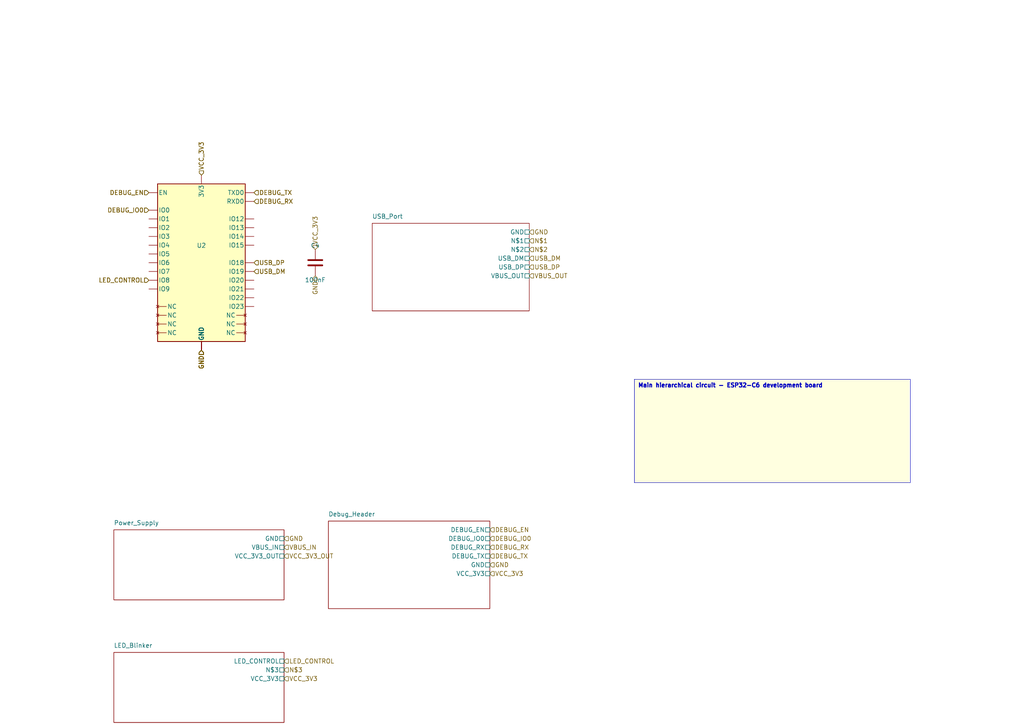
<source format=kicad_sch>
(kicad_sch (version 20250114) (generator "kicad_api") (generator_version 9.0)
  (paper A4)
  (paper A4)
  (lib_symbols
    (symbol "Device:C" (pin_numbers hide) (pin_names (offset 0.254))
      (property "Reference" "C" (at 0.0 0.0 0))
      (property "Value" "C" (at 0.0 0.0 0))
      (symbol "C_0_1"
        (polyline (pts (xy -2.032 0.762) (xy 2.032 0.762)) (stroke (width 0.508)))
        (polyline (pts (xy -2.032 -0.762) (xy 2.032 -0.762)) (stroke (width 0.508)))
      )
      (symbol "C_1_1"
        (pin passive line (at 0.0 3.81 270) (length 2.794) (name ~) (number "1"))
        (pin passive line (at 0.0 -3.81 90) (length 2.794) (name ~) (number "2"))
      )
    )
    (symbol "RF_Module:ESP32-C6-MINI-1" (pin_numbers hide) (pin_names (offset 0.254))
      (property "Reference" "U" (at 0.0 0.0 0))
      (property "Value" "ESP32-C6-MINI-1" (at 0.0 0.0 0))
      (symbol "ESP32-C6-MINI-1_0_1"
        (rectangle (start -12.7 22.86) (end 12.7 -22.86) (stroke (width 0.254)) (fill (type background)))
      )
      (symbol "ESP32-C6-MINI-1_1_1"
        (pin input line (at -15.24 20.32 0) (length 2.54) (name EN) (number "8"))
        (pin bidirectional line (at -15.24 15.24 0) (length 2.54) (name IO0) (number "12"))
        (pin bidirectional line (at -15.24 12.7 0) (length 2.54) (name IO1) (number "13"))
        (pin bidirectional line (at -15.24 10.16 0) (length 2.54) (name IO2) (number "5"))
        (pin bidirectional line (at -15.24 7.62 0) (length 2.54) (name IO3) (number "6"))
        (pin bidirectional line (at -15.24 5.08 0) (length 2.54) (name IO4) (number "9"))
        (pin bidirectional line (at -15.24 2.54 0) (length 2.54) (name IO5) (number "10"))
        (pin bidirectional line (at -15.24 0.0 0) (length 2.54) (name IO6) (number "15"))
        (pin bidirectional line (at -15.24 -2.54 0) (length 2.54) (name IO7) (number "16"))
        (pin bidirectional line (at -15.24 -5.08 0) (length 2.54) (name IO8) (number "22"))
        (pin bidirectional line (at -15.24 -7.62 0) (length 2.54) (name IO9) (number "23"))
        (pin no_connect line (at -12.7 -12.7 0) (length 2.54) (name NC) (number "32"))
        (pin no_connect line (at -12.7 -15.24 0) (length 2.54) (name NC) (number "33"))
        (pin no_connect line (at -12.7 -17.78 0) (length 2.54) (name NC) (number "34"))
        (pin no_connect line (at -12.7 -20.32 0) (length 2.54) (name NC) (number "35"))
        (pin power_in line (at 0.0 25.4 270) (length 2.54) (name 3V3) (number "3"))
        (pin power_in line (at 0.0 -25.4 90) (length 2.54) (name GND) (number "1"))
        (pin passive line (at 0.0 -25.4 90) (length 2.54) (name GND) (number "11"))
        (pin passive line (at 0.0 -25.4 90) (length 2.54) (name GND) (number "14"))
        (pin passive line (at 0.0 -25.4 90) (length 2.54) (name GND) (number "2"))
        (pin passive line (at 0.0 -25.4 90) (length 2.54) (name GND) (number "36"))
        (pin passive line (at 0.0 -25.4 90) (length 2.54) (name GND) (number "37"))
        (pin passive line (at 0.0 -25.4 90) (length 2.54) (name GND) (number "38"))
        (pin passive line (at 0.0 -25.4 90) (length 2.54) (name GND) (number "39"))
        (pin passive line (at 0.0 -25.4 90) (length 2.54) (name GND) (number "40"))
        (pin passive line (at 0.0 -25.4 90) (length 2.54) (name GND) (number "41"))
        (pin passive line (at 0.0 -25.4 90) (length 2.54) (name GND) (number "42"))
        (pin passive line (at 0.0 -25.4 90) (length 2.54) (name GND) (number "43"))
        (pin passive line (at 0.0 -25.4 90) (length 2.54) (name GND) (number "44"))
        (pin passive line (at 0.0 -25.4 90) (length 2.54) (name GND) (number "45"))
        (pin passive line (at 0.0 -25.4 90) (length 2.54) (name GND) (number "46"))
        (pin passive line (at 0.0 -25.4 90) (length 2.54) (name GND) (number "47"))
        (pin passive line (at 0.0 -25.4 90) (length 2.54) (name GND) (number "48"))
        (pin passive line (at 0.0 -25.4 90) (length 2.54) (name GND) (number "49"))
        (pin passive line (at 0.0 -25.4 90) (length 2.54) (name GND) (number "50"))
        (pin passive line (at 0.0 -25.4 90) (length 2.54) (name GND) (number "51"))
        (pin passive line (at 0.0 -25.4 90) (length 2.54) (name GND) (number "52"))
        (pin passive line (at 0.0 -25.4 90) (length 2.54) (name GND) (number "53"))
        (pin no_connect line (at 12.7 -15.24 180) (length 2.54) (name NC) (number "4"))
        (pin no_connect line (at 12.7 -17.78 180) (length 2.54) (name NC) (number "7"))
        (pin no_connect line (at 12.7 -20.32 180) (length 2.54) (name NC) (number "21"))
        (pin bidirectional line (at 15.24 20.32 180) (length 2.54) (name TXD0) (number "31"))
        (pin bidirectional line (at 15.24 17.78 180) (length 2.54) (name RXD0) (number "30"))
        (pin bidirectional line (at 15.24 12.7 180) (length 2.54) (name IO12) (number "17"))
        (pin bidirectional line (at 15.24 10.16 180) (length 2.54) (name IO13) (number "18"))
        (pin bidirectional line (at 15.24 7.62 180) (length 2.54) (name IO14) (number "19"))
        (pin bidirectional line (at 15.24 5.08 180) (length 2.54) (name IO15) (number "20"))
        (pin bidirectional line (at 15.24 0.0 180) (length 2.54) (name IO18) (number "24"))
        (pin bidirectional line (at 15.24 -2.54 180) (length 2.54) (name IO19) (number "25"))
        (pin bidirectional line (at 15.24 -5.08 180) (length 2.54) (name IO20) (number "26"))
        (pin bidirectional line (at 15.24 -7.62 180) (length 2.54) (name IO21) (number "27"))
        (pin bidirectional line (at 15.24 -10.16 180) (length 2.54) (name IO22) (number "28"))
        (pin bidirectional line (at 15.24 -12.7 180) (length 2.54) (name IO23) (number "29"))
      )
    )
  )
  (title_block (title ESP32_C6_Dev_Board_Main) (date 2025-08-01) (company Circuit-Synth))
  (symbol (lib_id RF_Module:ESP32-C6-MINI-1) (at 58.42 76.2 0)
    (property "Reference" "U2" (at 58.42 71.2 0))
    (property "Footprint" "RF_Module:ESP32-C6-MINI-1" (effects (hide yes)))
    (instances (project "circuit" (path "" (reference U2) (unit 1))) (project "ESP32_C6_Dev_Board" (path "" (reference U2) (unit 1))))
  )
  (symbol (lib_id Device:C) (at 91.44 76.2 0)
    (property "Reference" "C4" (at 91.44 71.2 0))
    (property "Value" "100nF" (at 91.44 81.2 0))
    (property "Footprint" "Capacitor_SMD:C_0603_1608Metric" (effects (hide yes)))
    (instances (project "circuit" (path "" (reference C4) (unit 1))) (project "ESP32_C6_Dev_Board" (path "" (reference C4) (unit 1))))
  )
  (hierarchical_label DEBUG_EN (shape input) (at 43.18 55.88 180))
  (hierarchical_label DEBUG_EN (shape input) (at 43.18 55.88 180))
  (hierarchical_label DEBUG_IO0 (shape input) (at 43.18 60.96 180))
  (hierarchical_label DEBUG_IO0 (shape input) (at 43.18 60.96 180))
  (hierarchical_label LED_CONTROL (shape input) (at 43.18 81.28 180))
  (hierarchical_label LED_CONTROL (shape input) (at 43.18 81.28 180))
  (hierarchical_label VCC_3V3 (shape input) (at 58.42 50.800000000000004 90))
  (hierarchical_label VCC_3V3 (shape input) (at 58.42 50.800000000000004 90))
  (hierarchical_label VCC_3V3 (shape input) (at 91.44 72.39 90))
  (hierarchical_label GND (shape input) (at 58.42 101.6 270))
  (hierarchical_label GND (shape input) (at 58.42 101.6 270))
  (hierarchical_label GND (shape input) (at 58.42 101.6 270))
  (hierarchical_label GND (shape input) (at 58.42 101.6 270))
  (hierarchical_label GND (shape input) (at 58.42 101.6 270))
  (hierarchical_label GND (shape input) (at 58.42 101.6 270))
  (hierarchical_label GND (shape input) (at 58.42 101.6 270))
  (hierarchical_label GND (shape input) (at 58.42 101.6 270))
  (hierarchical_label GND (shape input) (at 58.42 101.6 270))
  (hierarchical_label GND (shape input) (at 58.42 101.6 270))
  (hierarchical_label GND (shape input) (at 58.42 101.6 270))
  (hierarchical_label GND (shape input) (at 58.42 101.6 270))
  (hierarchical_label GND (shape input) (at 58.42 101.6 270))
  (hierarchical_label GND (shape input) (at 58.42 101.6 270))
  (hierarchical_label GND (shape input) (at 58.42 101.6 270))
  (hierarchical_label GND (shape input) (at 58.42 101.6 270))
  (hierarchical_label GND (shape input) (at 58.42 101.6 270))
  (hierarchical_label GND (shape input) (at 58.42 101.6 270))
  (hierarchical_label GND (shape input) (at 58.42 101.6 270))
  (hierarchical_label GND (shape input) (at 58.42 101.6 270))
  (hierarchical_label GND (shape input) (at 58.42 101.6 270))
  (hierarchical_label GND (shape input) (at 58.42 101.6 270))
  (hierarchical_label GND (shape input) (at 91.44 80.01 270))
  (hierarchical_label DEBUG_TX (shape input) (at 73.66 55.88 0))
  (hierarchical_label DEBUG_TX (shape input) (at 73.66 55.88 0))
  (hierarchical_label DEBUG_RX (shape input) (at 73.66 58.42 0))
  (hierarchical_label DEBUG_RX (shape input) (at 73.66 58.42 0))
  (hierarchical_label USB_DP (shape input) (at 73.66 76.2 0))
  (hierarchical_label USB_DP (shape input) (at 73.66 76.2 0))
  (hierarchical_label USB_DM (shape input) (at 73.66 78.74000000000001 0))
  (hierarchical_label USB_DM (shape input) (at 73.66 78.74000000000001 0))
  (hierarchical_label GND (shape input) (at 153.51 67.31 0))
  (hierarchical_label N$1 (shape input) (at 153.51 69.85 0))
  (hierarchical_label N$2 (shape input) (at 153.51 72.39 0))
  (hierarchical_label USB_DM (shape input) (at 153.51 74.93 0))
  (hierarchical_label USB_DP (shape input) (at 153.51 77.47 0))
  (hierarchical_label VBUS_OUT (shape input) (at 153.51 80.01 0))
  (hierarchical_label GND (shape input) (at 82.39 156.21 0))
  (hierarchical_label VBUS_IN (shape input) (at 82.39 158.75 0))
  (hierarchical_label VCC_3V3_OUT (shape input) (at 82.39 161.29 0))
  (hierarchical_label DEBUG_EN (shape input) (at 142.07999999999998 153.67000000000002 0))
  (hierarchical_label DEBUG_IO0 (shape input) (at 142.07999999999998 156.21 0))
  (hierarchical_label DEBUG_RX (shape input) (at 142.07999999999998 158.75 0))
  (hierarchical_label DEBUG_TX (shape input) (at 142.07999999999998 161.29 0))
  (hierarchical_label GND (shape input) (at 142.07999999999998 163.83 0))
  (hierarchical_label VCC_3V3 (shape input) (at 142.07999999999998 166.37 0))
  (hierarchical_label LED_CONTROL (shape input) (at 82.39 191.77 0))
  (hierarchical_label N$3 (shape input) (at 82.39 194.31 0))
  (hierarchical_label VCC_3V3 (shape input) (at 82.39 196.85 0))
  (sheet (at 107.95 64.77) (size 45.56 25.4) (stroke (width 0.12)) (fill (color 0 0 0 0.0))
    (property "Sheetname" "USB_Port" (at 107.95 63.49999999999999 0) (effects (justify left bottom)))
    (property "Sheetfile" "USB_Port.kicad_sch" (effects (hide yes)))
    (pin GND passive (at 152.23999999999998 67.31 0))
    (pin N$1 passive (at 152.23999999999998 69.85 0))
    (pin N$2 passive (at 152.23999999999998 72.39 0))
    (pin USB_DM passive (at 152.23999999999998 74.93 0))
    (pin USB_DP passive (at 152.23999999999998 77.47 0))
    (pin VBUS_OUT passive (at 152.23999999999998 80.01 0))
  )
  (sheet (at 33.02 153.67000000000002) (size 49.37 20.32) (stroke (width 0.12)) (fill (color 0 0 0 0.0))
    (property "Sheetname" "Power_Supply" (at 33.02 152.4 0) (effects (justify left bottom)))
    (property "Sheetfile" "Power_Supply.kicad_sch" (effects (hide yes)))
    (pin GND passive (at 81.12 156.21 0))
    (pin VBUS_IN passive (at 81.12 158.75 0))
    (pin VCC_3V3_OUT passive (at 81.12 161.29 0))
  )
  (sheet (at 95.25 151.13) (size 46.83 25.4) (stroke (width 0.12)) (fill (color 0 0 0 0.0))
    (property "Sheetname" "Debug_Header" (at 95.25 149.85999999999999 0) (effects (justify left bottom)))
    (property "Sheetfile" "Debug_Header.kicad_sch" (effects (hide yes)))
    (pin DEBUG_EN passive (at 140.80999999999997 153.67000000000002 0))
    (pin DEBUG_IO0 passive (at 140.80999999999997 156.21 0))
    (pin DEBUG_RX passive (at 140.80999999999997 158.75 0))
    (pin DEBUG_TX passive (at 140.80999999999997 161.29 0))
    (pin GND passive (at 140.80999999999997 163.83 0))
    (pin VCC_3V3 passive (at 140.80999999999997 166.37 0))
  )
  (sheet (at 33.02 189.23) (size 49.37 20.32) (stroke (width 0.12)) (fill (color 0 0 0 0.0))
    (property "Sheetname" "LED_Blinker" (at 33.02 187.95999999999998 0) (effects (justify left bottom)))
    (property "Sheetfile" "LED_Blinker.kicad_sch" (effects (hide yes)))
    (pin LED_CONTROL passive (at 81.12 191.77 0))
    (pin N$3 passive (at 81.12 194.31 0))
    (pin VCC_3V3 passive (at 81.12 196.85 0))
  )
  (text_box "Main hierarchical circuit - ESP32-C6 development board" (exclude_from_sim yes) (at 184.0 110.0 0) (size 80.0 30.0) (margins 1.0 1.0 1.0 1.0) (stroke (width 0.1)) (fill (type color) (color 255 255 224 1)) (effects (font (size 1.2 1.2) (thickness 0.254)) (justify left top)))
  (text_box "Main hierarchical circuit - ESP32-C6 development board" (exclude_from_sim yes) (at 184.0 110.0 0) (size 80.0 30.0) (margins 1.0 1.0 1.0 1.0) (stroke (width 0.1)) (fill (type color) (color 255 255 224 1)) (effects (font (size 1.2 1.2) (thickness 0.254)) (justify left top)))
)
</source>
